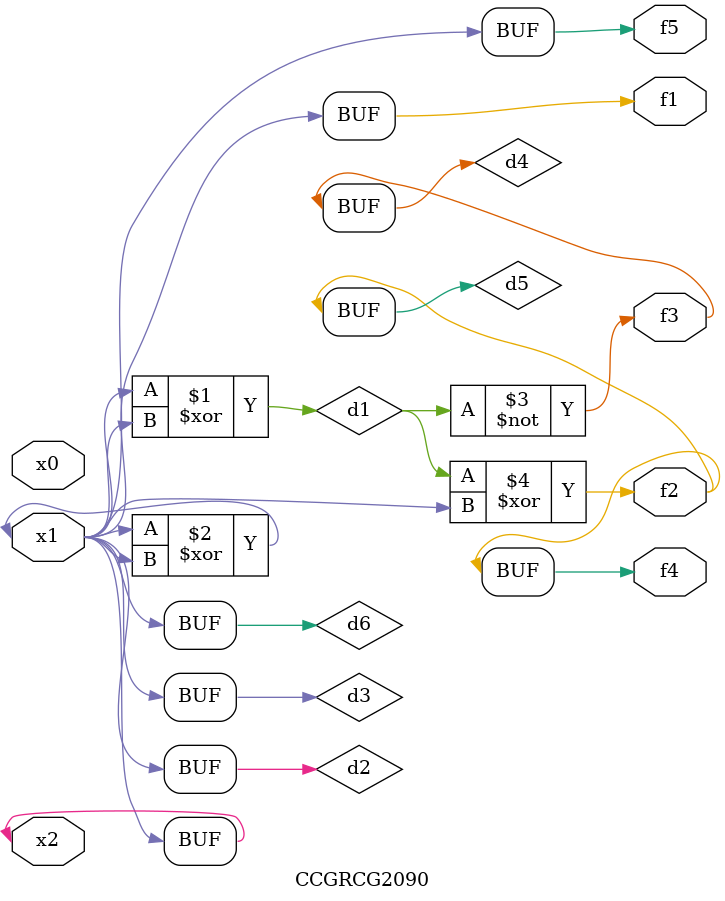
<source format=v>
module CCGRCG2090(
	input x0, x1, x2,
	output f1, f2, f3, f4, f5
);

	wire d1, d2, d3, d4, d5, d6;

	xor (d1, x1, x2);
	buf (d2, x1, x2);
	xor (d3, x1, x2);
	nor (d4, d1);
	xor (d5, d1, d2);
	buf (d6, d2, d3);
	assign f1 = d6;
	assign f2 = d5;
	assign f3 = d4;
	assign f4 = d5;
	assign f5 = d6;
endmodule

</source>
